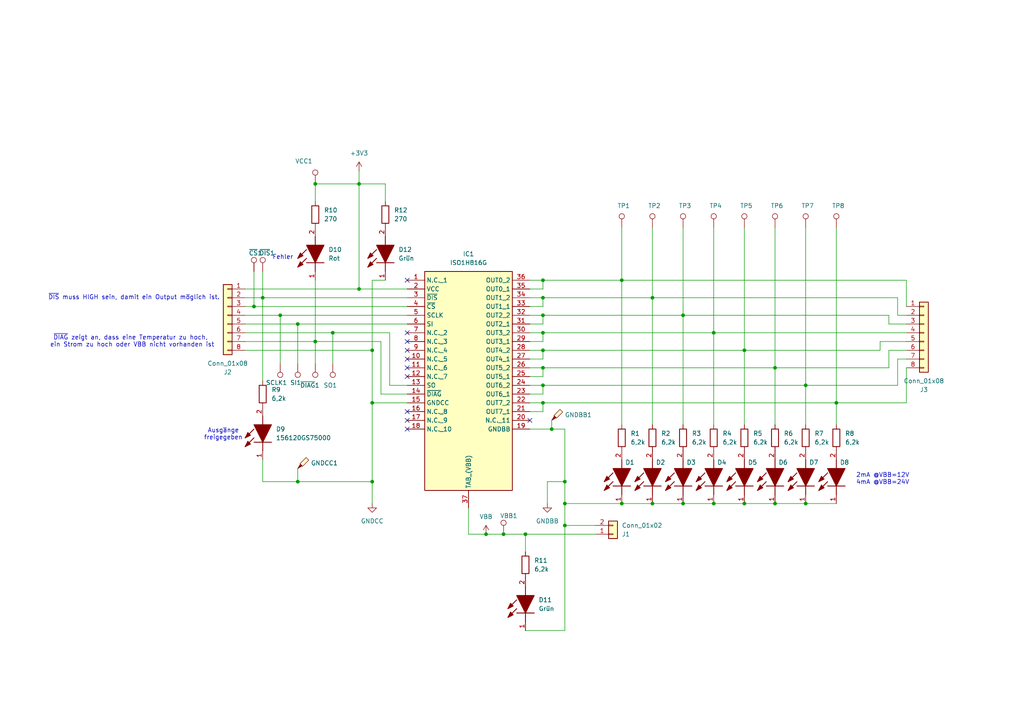
<source format=kicad_sch>
(kicad_sch (version 20231120) (generator "eeschema") (generator_version "8.0")
  (paper "A4")
  (lib_symbols
    (symbol "Connector:TestPoint" (pin_numbers hide) (pin_names (offset 0.762) hide)
      (property "Reference" "TP" (at 0 6.858 0))
      (property "Value" "TestPoint" (at 0 5.08 0))
      (symbol "TestPoint_0_1"
        (circle (center 0 3.302) (radius 0.762))
      )
      (symbol "TestPoint_1_1"
        (pin passive line (at 0 0 90) (length 2.54) (name "1") (number "1"))
      )
    )
    (symbol "Connector:TestPoint_Probe" (pin_numbers hide) (pin_names (offset 0.762) hide)
      (property "Reference" "TP" (at 1.651 5.842 0))
      (property "Value" "TestPoint_Probe" (at 1.651 4.064 0))
      (symbol "TestPoint_Probe_0_1"
        (polyline (pts (xy 1.27 0.762) (xy 0 0) (xy 0.762 1.27) (xy 1.27 0.762)) (fill (type outline)))
        (polyline (pts (xy 1.397 0.635) (xy 0.635 1.397) (xy 2.413 3.175) (xy 3.175 2.413) (xy 1.397 0.635)) (fill (type background)))
      )
      (symbol "TestPoint_Probe_1_1"
        (pin passive line (at 0 0 90) (length 0) (name "1") (number "1"))
      )
    )
    (symbol "Connector_Generic:Conn_01x02" (pin_names (offset 1.016) hide)
      (property "Reference" "J" (at 0 2.54 0))
      (property "Value" "Conn_01x02" (at 0 -5.08 0))
      (symbol "Conn_01x02_1_1"
        (rectangle (start -1.27 -2.413) (end 0 -2.667) (stroke (width 0.1524)))
        (rectangle (start -1.27 0.127) (end 0 -0.127) (stroke (width 0.1524)))
        (rectangle (start -1.27 1.27) (end 1.27 -3.81) (stroke (width 0.254)) (fill (type background)))
        (pin passive line (at -5.08 0 0) (length 3.81) (name "Pin_1") (number "1"))
        (pin passive line (at -5.08 -2.54 0) (length 3.81) (name "Pin_2") (number "2"))
      )
    )
    (symbol "Connector_Generic:Conn_01x08" (pin_names (offset 1.016) hide)
      (property "Reference" "J" (at 0 10.16 0))
      (property "Value" "Conn_01x08" (at 0 -12.7 0))
      (symbol "Conn_01x08_1_1"
        (rectangle (start -1.27 -10.033) (end 0 -10.287) (stroke (width 0.1524)))
        (rectangle (start -1.27 -7.493) (end 0 -7.747) (stroke (width 0.1524)))
        (rectangle (start -1.27 -4.953) (end 0 -5.207) (stroke (width 0.1524)))
        (rectangle (start -1.27 -2.413) (end 0 -2.667) (stroke (width 0.1524)))
        (rectangle (start -1.27 0.127) (end 0 -0.127) (stroke (width 0.1524)))
        (rectangle (start -1.27 2.667) (end 0 2.413) (stroke (width 0.1524)))
        (rectangle (start -1.27 5.207) (end 0 4.953) (stroke (width 0.1524)))
        (rectangle (start -1.27 7.747) (end 0 7.493) (stroke (width 0.1524)))
        (rectangle (start -1.27 8.89) (end 1.27 -11.43) (stroke (width 0.254)) (fill (type background)))
        (pin passive line (at -5.08 7.62 0) (length 3.81) (name "Pin_1") (number "1"))
        (pin passive line (at -5.08 5.08 0) (length 3.81) (name "Pin_2") (number "2"))
        (pin passive line (at -5.08 2.54 0) (length 3.81) (name "Pin_3") (number "3"))
        (pin passive line (at -5.08 0 0) (length 3.81) (name "Pin_4") (number "4"))
        (pin passive line (at -5.08 -2.54 0) (length 3.81) (name "Pin_5") (number "5"))
        (pin passive line (at -5.08 -5.08 0) (length 3.81) (name "Pin_6") (number "6"))
        (pin passive line (at -5.08 -7.62 0) (length 3.81) (name "Pin_7") (number "7"))
        (pin passive line (at -5.08 -10.16 0) (length 3.81) (name "Pin_8") (number "8"))
      )
    )
    (symbol "Device:R" (pin_numbers hide) (pin_names (offset 0))
      (property "Reference" "R" (at 2.032 0 90))
      (property "Value" "R" (at 0 0 90))
      (symbol "R_0_1"
        (rectangle (start -1.016 -2.54) (end 1.016 2.54) (stroke (width 0.254)))
      )
      (symbol "R_1_1"
        (pin passive line (at 0 3.81 270) (length 1.27) (name "~") (number "1"))
        (pin passive line (at 0 -3.81 90) (length 1.27) (name "~") (number "2"))
      )
    )
    (symbol "SamacSys_Parts:156120GS75000" (pin_names hide)
      (property "Reference" "LED" (at 12.7 8.89 0))
      (property "Value" "156120GS75000" (at 12.7 6.35 0))
      (symbol "156120GS75000_1_1"
        (polyline (pts (xy 2.54 0) (xy 5.08 0)) (stroke (width 0.254)))
        (polyline (pts (xy 5.08 2.54) (xy 5.08 -2.54)) (stroke (width 0.254)))
        (polyline (pts (xy 6.35 2.54) (xy 3.81 5.08)) (stroke (width 0.254)))
        (polyline (pts (xy 8.89 2.54) (xy 6.35 5.08)) (stroke (width 0.254)))
        (polyline (pts (xy 10.16 0) (xy 12.7 0)) (stroke (width 0.254)))
        (polyline (pts (xy 5.08 0) (xy 10.16 2.54) (xy 10.16 -2.54) (xy 5.08 0)) (stroke (width 0.254)) (fill (type outline)))
        (polyline (pts (xy 5.334 4.318) (xy 4.572 3.556) (xy 3.81 5.08) (xy 5.334 4.318)) (stroke (width 0.254)) (fill (type outline)))
        (polyline (pts (xy 7.874 4.318) (xy 7.112 3.556) (xy 6.35 5.08) (xy 7.874 4.318)) (stroke (width 0.254)) (fill (type outline)))
        (pin passive line (at 0 0 0) (length 2.54) (name "K") (number "1"))
        (pin passive line (at 15.24 0 180) (length 2.54) (name "A") (number "2"))
      )
    )
    (symbol "SamacSys_Parts:156120RS75000" (pin_names hide)
      (property "Reference" "LED" (at 12.7 8.89 0))
      (property "Value" "156120RS75000" (at 12.7 6.35 0))
      (symbol "156120RS75000_1_1"
        (polyline (pts (xy 2.54 0) (xy 5.08 0)) (stroke (width 0.254)))
        (polyline (pts (xy 5.08 2.54) (xy 5.08 -2.54)) (stroke (width 0.254)))
        (polyline (pts (xy 6.35 2.54) (xy 3.81 5.08)) (stroke (width 0.254)))
        (polyline (pts (xy 8.89 2.54) (xy 6.35 5.08)) (stroke (width 0.254)))
        (polyline (pts (xy 10.16 0) (xy 12.7 0)) (stroke (width 0.254)))
        (polyline (pts (xy 5.08 0) (xy 10.16 2.54) (xy 10.16 -2.54) (xy 5.08 0)) (stroke (width 0.254)) (fill (type outline)))
        (polyline (pts (xy 5.334 4.318) (xy 4.572 3.556) (xy 3.81 5.08) (xy 5.334 4.318)) (stroke (width 0.254)) (fill (type outline)))
        (polyline (pts (xy 7.874 4.318) (xy 7.112 3.556) (xy 6.35 5.08) (xy 7.874 4.318)) (stroke (width 0.254)) (fill (type outline)))
        (pin passive line (at 0 0 0) (length 2.54) (name "K") (number "1"))
        (pin passive line (at 15.24 0 180) (length 2.54) (name "A") (number "2"))
      )
    )
    (symbol "SamacSys_Parts:156120YS75000" (pin_names hide)
      (property "Reference" "LED" (at 12.7 8.89 0))
      (property "Value" "156120YS75000" (at 12.7 6.35 0))
      (symbol "156120YS75000_1_1"
        (polyline (pts (xy 2.54 0) (xy 5.08 0)) (stroke (width 0.254)))
        (polyline (pts (xy 5.08 2.54) (xy 5.08 -2.54)) (stroke (width 0.254)))
        (polyline (pts (xy 6.35 2.54) (xy 3.81 5.08)) (stroke (width 0.254)))
        (polyline (pts (xy 8.89 2.54) (xy 6.35 5.08)) (stroke (width 0.254)))
        (polyline (pts (xy 10.16 0) (xy 12.7 0)) (stroke (width 0.254)))
        (polyline (pts (xy 5.08 0) (xy 10.16 2.54) (xy 10.16 -2.54) (xy 5.08 0)) (stroke (width 0.254)) (fill (type outline)))
        (polyline (pts (xy 5.334 4.318) (xy 4.572 3.556) (xy 3.81 5.08) (xy 5.334 4.318)) (stroke (width 0.254)) (fill (type outline)))
        (polyline (pts (xy 7.874 4.318) (xy 7.112 3.556) (xy 6.35 5.08) (xy 7.874 4.318)) (stroke (width 0.254)) (fill (type outline)))
        (pin passive line (at 0 0 0) (length 2.54) (name "K") (number "1"))
        (pin passive line (at 15.24 0 180) (length 2.54) (name "A") (number "2"))
      )
    )
    (symbol "SamacSys_Parts:ISO1H816G"
      (property "Reference" "IC" (at 31.75 7.62 0))
      (property "Value" "ISO1H816G" (at 31.75 5.08 0))
      (symbol "ISO1H816G_1_1"
        (rectangle (start 5.08 2.54) (end 30.48 -60.96) (stroke (width 0.254)) (fill (type background)))
        (pin passive line (at 0 0 0) (length 5.08) (name "N.C._1") (number "1"))
        (pin passive line (at 0 -22.86 0) (length 5.08) (name "N.C._5") (number "10"))
        (pin passive line (at 0 -25.4 0) (length 5.08) (name "N.C._6") (number "11"))
        (pin passive line (at 0 -27.94 0) (length 5.08) (name "N.C._7") (number "12"))
        (pin passive line (at 0 -30.48 0) (length 5.08) (name "SO") (number "13"))
        (pin passive line (at 0 -33.02 0) (length 5.08) (name "~{DIAG}") (number "14"))
        (pin passive line (at 0 -35.56 0) (length 5.08) (name "GNDCC") (number "15"))
        (pin passive line (at 0 -38.1 0) (length 5.08) (name "N.C._8") (number "16"))
        (pin passive line (at 0 -40.64 0) (length 5.08) (name "N.C._9") (number "17"))
        (pin passive line (at 0 -43.18 0) (length 5.08) (name "N.C._10") (number "18"))
        (pin passive line (at 35.56 -43.18 180) (length 5.08) (name "GNDBB") (number "19"))
        (pin passive line (at 0 -2.54 0) (length 5.08) (name "VCC") (number "2"))
        (pin passive line (at 35.56 -40.64 180) (length 5.08) (name "N.C._11") (number "20"))
        (pin passive line (at 35.56 -38.1 180) (length 5.08) (name "OUT7_1") (number "21"))
        (pin passive line (at 35.56 -35.56 180) (length 5.08) (name "OUT7_2") (number "22"))
        (pin passive line (at 35.56 -33.02 180) (length 5.08) (name "OUT6_1") (number "23"))
        (pin passive line (at 35.56 -30.48 180) (length 5.08) (name "OUT6_2") (number "24"))
        (pin passive line (at 35.56 -27.94 180) (length 5.08) (name "OUT5_1") (number "25"))
        (pin passive line (at 35.56 -25.4 180) (length 5.08) (name "OUT5_2") (number "26"))
        (pin passive line (at 35.56 -22.86 180) (length 5.08) (name "OUT4_1") (number "27"))
        (pin passive line (at 35.56 -20.32 180) (length 5.08) (name "OUT4_2") (number "28"))
        (pin passive line (at 35.56 -17.78 180) (length 5.08) (name "OUT3_1") (number "29"))
        (pin passive line (at 0 -5.08 0) (length 5.08) (name "~{DIS}") (number "3"))
        (pin passive line (at 35.56 -15.24 180) (length 5.08) (name "OUT3_2") (number "30"))
        (pin passive line (at 35.56 -12.7 180) (length 5.08) (name "OUT2_1") (number "31"))
        (pin passive line (at 35.56 -10.16 180) (length 5.08) (name "OUT2_2") (number "32"))
        (pin passive line (at 35.56 -7.62 180) (length 5.08) (name "OUT1_1") (number "33"))
        (pin passive line (at 35.56 -5.08 180) (length 5.08) (name "OUT1_2") (number "34"))
        (pin passive line (at 35.56 -2.54 180) (length 5.08) (name "OUT0_1") (number "35"))
        (pin passive line (at 35.56 0 180) (length 5.08) (name "OUT0_2") (number "36"))
        (pin passive line (at 17.78 -66.04 90) (length 5.08) (name "TAB_(VBB)") (number "37"))
        (pin passive line (at 0 -7.62 0) (length 5.08) (name "~{CS}") (number "4"))
        (pin passive line (at 0 -10.16 0) (length 5.08) (name "SCLK") (number "5"))
        (pin passive line (at 0 -12.7 0) (length 5.08) (name "SI") (number "6"))
        (pin passive line (at 0 -15.24 0) (length 5.08) (name "N.C._2") (number "7"))
        (pin passive line (at 0 -17.78 0) (length 5.08) (name "N.C._3") (number "8"))
        (pin passive line (at 0 -20.32 0) (length 5.08) (name "N.C._4") (number "9"))
      )
    )
    (symbol "power:+3V3" (power) (pin_numbers hide) (pin_names (offset 0) hide)
      (property "Value" "+3V3" (at 0 3.556 0))
      (symbol "+3V3_0_1"
        (polyline (pts (xy -0.762 1.27) (xy 0 2.54)))
        (polyline (pts (xy 0 0) (xy 0 2.54)))
        (polyline (pts (xy 0 2.54) (xy 0.762 1.27)))
      )
      (symbol "+3V3_1_1"
        (pin power_in line (at 0 0 90) (length 0) (name "~") (number "1"))
      )
    )
    (symbol "power:GND" (power) (pin_numbers hide) (pin_names (offset 0) hide)
      (property "Value" "GND" (at 0 -3.81 0))
      (symbol "GND_0_1"
        (polyline (pts (xy 0 0) (xy 0 -1.27) (xy 1.27 -1.27) (xy 0 -2.54) (xy -1.27 -1.27) (xy 0 -1.27)))
      )
      (symbol "GND_1_1"
        (pin power_in line (at 0 0 270) (length 0) (name "~") (number "1"))
      )
    )
  )
  (junction (at 189.23 86.36))
  (junction (at 157.48 96.52))
  (junction (at 160.02 124.46))
  (junction (at 86.36 93.98))
  (junction (at 107.95 139.7))
  (junction (at 157.48 106.68))
  (junction (at 107.95 101.6))
  (junction (at 157.48 81.28))
  (junction (at 189.23 146.05))
  (junction (at 242.57 116.84))
  (junction (at 233.68 111.76))
  (junction (at 180.34 81.28))
  (junction (at 207.01 146.05))
  (junction (at 152.4 154.94))
  (junction (at 198.12 91.44))
  (junction (at 163.83 152.4))
  (junction (at 157.48 116.84))
  (junction (at 215.9 146.05))
  (junction (at 207.01 96.52))
  (junction (at 215.9 101.6))
  (junction (at 81.28 91.44))
  (junction (at 91.44 99.06))
  (junction (at 180.34 146.05))
  (junction (at 224.79 106.68))
  (junction (at 107.95 116.84))
  (junction (at 198.12 146.05))
  (junction (at 104.14 53.34))
  (junction (at 157.48 86.36))
  (junction (at 224.79 146.05))
  (junction (at 157.48 101.6))
  (junction (at 146.05 154.94))
  (junction (at 73.66 88.9))
  (junction (at 233.68 146.05))
  (junction (at 140.97 154.94))
  (junction (at 104.14 83.82))
  (junction (at 157.48 111.76))
  (junction (at 163.83 146.05))
  (junction (at 76.2 86.36))
  (junction (at 91.44 53.34))
  (junction (at 86.36 139.7))
  (junction (at 96.52 96.52))
  (junction (at 163.83 139.7))
  (junction (at 157.48 91.44))
  (no_connect (at 118.11 96.52))
  (no_connect (at 118.11 81.28))
  (no_connect (at 118.11 106.68))
  (no_connect (at 153.67 121.92))
  (no_connect (at 118.11 124.46))
  (no_connect (at 118.11 119.38))
  (no_connect (at 118.11 99.06))
  (no_connect (at 118.11 101.6))
  (no_connect (at 118.11 121.92))
  (no_connect (at 118.11 104.14))
  (no_connect (at 118.11 109.22))
  (wire (pts (xy 255.27 101.6) (xy 255.27 99.06)))
  (wire (pts (xy 207.01 66.04) (xy 207.01 96.52)))
  (wire (pts (xy 260.35 104.14) (xy 262.89 104.14)))
  (wire (pts (xy 207.01 96.52) (xy 207.01 123.19)))
  (wire (pts (xy 157.48 116.84) (xy 242.57 116.84)))
  (wire (pts (xy 153.67 91.44) (xy 157.48 91.44)))
  (wire (pts (xy 153.67 81.28) (xy 157.48 81.28)))
  (wire (pts (xy 157.48 88.9) (xy 157.48 86.36)))
  (wire (pts (xy 260.35 86.36) (xy 260.35 91.44)))
  (wire (pts (xy 152.4 182.88) (xy 163.83 182.88)))
  (wire (pts (xy 71.12 86.36) (xy 76.2 86.36)))
  (wire (pts (xy 180.34 81.28) (xy 180.34 123.19)))
  (wire (pts (xy 113.03 96.52) (xy 113.03 111.76)))
  (wire (pts (xy 71.12 83.82) (xy 104.14 83.82)))
  (wire (pts (xy 233.68 111.76) (xy 233.68 123.19)))
  (wire (pts (xy 110.49 99.06) (xy 110.49 114.3)))
  (wire (pts (xy 157.48 109.22) (xy 157.48 106.68)))
  (wire (pts (xy 153.67 124.46) (xy 160.02 124.46)))
  (wire (pts (xy 76.2 133.35) (xy 76.2 139.7)))
  (wire (pts (xy 242.57 116.84) (xy 242.57 123.19)))
  (wire (pts (xy 76.2 86.36) (xy 118.11 86.36)))
  (wire (pts (xy 157.48 104.14) (xy 157.48 101.6)))
  (wire (pts (xy 153.67 109.22) (xy 157.48 109.22)))
  (wire (pts (xy 157.48 119.38) (xy 157.48 116.84)))
  (wire (pts (xy 71.12 93.98) (xy 86.36 93.98)))
  (wire (pts (xy 153.67 119.38) (xy 157.48 119.38)))
  (wire (pts (xy 163.83 146.05) (xy 180.34 146.05)))
  (wire (pts (xy 71.12 101.6) (xy 107.95 101.6)))
  (wire (pts (xy 157.48 91.44) (xy 198.12 91.44)))
  (wire (pts (xy 215.9 66.04) (xy 215.9 101.6)))
  (wire (pts (xy 73.66 78.74) (xy 73.66 88.9)))
  (wire (pts (xy 242.57 116.84) (xy 262.89 116.84)))
  (wire (pts (xy 104.14 83.82) (xy 104.14 53.34)))
  (wire (pts (xy 257.81 93.98) (xy 262.89 93.98)))
  (wire (pts (xy 81.28 91.44) (xy 81.28 105.41)))
  (wire (pts (xy 189.23 66.04) (xy 189.23 86.36)))
  (wire (pts (xy 153.67 96.52) (xy 157.48 96.52)))
  (wire (pts (xy 260.35 111.76) (xy 260.35 104.14)))
  (wire (pts (xy 153.67 116.84) (xy 157.48 116.84)))
  (wire (pts (xy 215.9 146.05) (xy 224.79 146.05)))
  (wire (pts (xy 157.48 111.76) (xy 233.68 111.76)))
  (wire (pts (xy 158.75 139.7) (xy 163.83 139.7)))
  (wire (pts (xy 224.79 106.68) (xy 224.79 123.19)))
  (wire (pts (xy 153.67 111.76) (xy 157.48 111.76)))
  (wire (pts (xy 146.05 154.94) (xy 140.97 154.94)))
  (wire (pts (xy 163.83 146.05) (xy 163.83 152.4)))
  (wire (pts (xy 260.35 91.44) (xy 262.89 91.44)))
  (wire (pts (xy 113.03 111.76) (xy 118.11 111.76)))
  (wire (pts (xy 107.95 116.84) (xy 118.11 116.84)))
  (wire (pts (xy 91.44 53.34) (xy 104.14 53.34)))
  (wire (pts (xy 153.67 99.06) (xy 157.48 99.06)))
  (wire (pts (xy 198.12 146.05) (xy 207.01 146.05)))
  (wire (pts (xy 257.81 91.44) (xy 257.81 93.98)))
  (wire (pts (xy 76.2 78.74) (xy 76.2 86.36)))
  (wire (pts (xy 157.48 99.06) (xy 157.48 96.52)))
  (wire (pts (xy 189.23 146.05) (xy 198.12 146.05)))
  (wire (pts (xy 257.81 101.6) (xy 262.89 101.6)))
  (wire (pts (xy 257.81 106.68) (xy 257.81 101.6)))
  (wire (pts (xy 233.68 111.76) (xy 260.35 111.76)))
  (wire (pts (xy 86.36 135.89) (xy 86.36 139.7)))
  (wire (pts (xy 160.02 121.92) (xy 160.02 124.46)))
  (wire (pts (xy 198.12 91.44) (xy 257.81 91.44)))
  (wire (pts (xy 198.12 91.44) (xy 198.12 123.19)))
  (wire (pts (xy 153.67 83.82) (xy 157.48 83.82)))
  (wire (pts (xy 224.79 146.05) (xy 233.68 146.05)))
  (wire (pts (xy 157.48 93.98) (xy 157.48 91.44)))
  (wire (pts (xy 262.89 81.28) (xy 262.89 88.9)))
  (wire (pts (xy 189.23 86.36) (xy 260.35 86.36)))
  (wire (pts (xy 135.89 154.94) (xy 135.89 147.32)))
  (wire (pts (xy 71.12 88.9) (xy 73.66 88.9)))
  (wire (pts (xy 158.75 146.05) (xy 158.75 139.7)))
  (wire (pts (xy 76.2 139.7) (xy 86.36 139.7)))
  (wire (pts (xy 180.34 146.05) (xy 189.23 146.05)))
  (wire (pts (xy 153.67 101.6) (xy 157.48 101.6)))
  (wire (pts (xy 215.9 101.6) (xy 215.9 123.19)))
  (wire (pts (xy 157.48 83.82) (xy 157.48 81.28)))
  (wire (pts (xy 153.67 88.9) (xy 157.48 88.9)))
  (wire (pts (xy 157.48 81.28) (xy 180.34 81.28)))
  (wire (pts (xy 224.79 106.68) (xy 257.81 106.68)))
  (wire (pts (xy 157.48 86.36) (xy 189.23 86.36)))
  (wire (pts (xy 107.95 101.6) (xy 107.95 116.84)))
  (wire (pts (xy 242.57 66.04) (xy 242.57 116.84)))
  (wire (pts (xy 207.01 146.05) (xy 215.9 146.05)))
  (wire (pts (xy 215.9 101.6) (xy 255.27 101.6)))
  (wire (pts (xy 91.44 99.06) (xy 110.49 99.06)))
  (wire (pts (xy 224.79 66.04) (xy 224.79 106.68)))
  (wire (pts (xy 163.83 182.88) (xy 163.83 152.4)))
  (wire (pts (xy 76.2 86.36) (xy 76.2 110.49)))
  (wire (pts (xy 71.12 96.52) (xy 96.52 96.52)))
  (wire (pts (xy 152.4 154.94) (xy 146.05 154.94)))
  (wire (pts (xy 157.48 96.52) (xy 207.01 96.52)))
  (wire (pts (xy 153.67 106.68) (xy 157.48 106.68)))
  (wire (pts (xy 157.48 114.3) (xy 157.48 111.76)))
  (wire (pts (xy 207.01 96.52) (xy 262.89 96.52)))
  (wire (pts (xy 163.83 124.46) (xy 163.83 139.7)))
  (wire (pts (xy 189.23 86.36) (xy 189.23 123.19)))
  (wire (pts (xy 180.34 66.04) (xy 180.34 81.28)))
  (wire (pts (xy 153.67 114.3) (xy 157.48 114.3)))
  (wire (pts (xy 71.12 99.06) (xy 91.44 99.06)))
  (wire (pts (xy 86.36 139.7) (xy 107.95 139.7)))
  (wire (pts (xy 262.89 116.84) (xy 262.89 106.68)))
  (wire (pts (xy 86.36 93.98) (xy 118.11 93.98)))
  (wire (pts (xy 157.48 106.68) (xy 224.79 106.68)))
  (wire (pts (xy 71.12 91.44) (xy 81.28 91.44)))
  (wire (pts (xy 110.49 114.3) (xy 118.11 114.3)))
  (wire (pts (xy 91.44 58.42) (xy 91.44 53.34)))
  (wire (pts (xy 107.95 139.7) (xy 107.95 116.84)))
  (wire (pts (xy 153.67 93.98) (xy 157.48 93.98)))
  (wire (pts (xy 91.44 105.41) (xy 91.44 99.06)))
  (wire (pts (xy 91.44 81.28) (xy 91.44 99.06)))
  (wire (pts (xy 172.72 154.94) (xy 152.4 154.94)))
  (wire (pts (xy 163.83 152.4) (xy 172.72 152.4)))
  (wire (pts (xy 153.67 86.36) (xy 157.48 86.36)))
  (wire (pts (xy 163.83 139.7) (xy 163.83 146.05)))
  (wire (pts (xy 160.02 124.46) (xy 163.83 124.46)))
  (wire (pts (xy 153.67 104.14) (xy 157.48 104.14)))
  (wire (pts (xy 198.12 66.04) (xy 198.12 91.44)))
  (wire (pts (xy 111.76 58.42) (xy 111.76 53.34)))
  (wire (pts (xy 152.4 154.94) (xy 152.4 160.02)))
  (wire (pts (xy 233.68 146.05) (xy 242.57 146.05)))
  (wire (pts (xy 233.68 66.04) (xy 233.68 111.76)))
  (wire (pts (xy 104.14 53.34) (xy 104.14 49.53)))
  (wire (pts (xy 180.34 81.28) (xy 262.89 81.28)))
  (wire (pts (xy 118.11 83.82) (xy 104.14 83.82)))
  (wire (pts (xy 111.76 81.28) (xy 107.95 81.28)))
  (wire (pts (xy 111.76 53.34) (xy 104.14 53.34)))
  (wire (pts (xy 86.36 93.98) (xy 86.36 105.41)))
  (wire (pts (xy 140.97 154.94) (xy 135.89 154.94)))
  (wire (pts (xy 73.66 88.9) (xy 118.11 88.9)))
  (wire (pts (xy 107.95 146.05) (xy 107.95 139.7)))
  (wire (pts (xy 157.48 101.6) (xy 215.9 101.6)))
  (wire (pts (xy 255.27 99.06) (xy 262.89 99.06)))
  (wire (pts (xy 96.52 96.52) (xy 96.52 105.41)))
  (wire (pts (xy 81.28 91.44) (xy 118.11 91.44)))
  (wire (pts (xy 96.52 96.52) (xy 113.03 96.52)))
  (wire (pts (xy 107.95 81.28) (xy 107.95 101.6)))
  (text "Fehler" (at 82.042 74.676 0) (effects (font (size 1.27 1.27))))
  (text "~{DIAG} zeigt an, dass eine Temperatur zu hoch, \nein Strom zu hoch oder VBB nicht vorhanden ist" (at 38.354 99.06 0) (effects (font (size 1.27 1.27))))
  (text "~{DIS} muss HIGH sein, damit ein Output möglich ist." (at 38.862 86.36 0) (effects (font (size 1.27 1.27))))
  (text "2mA @VBB=12V\n4mA @VBB=24V" (at 256.032 138.938 0) (effects (font (size 1.27 1.27))))
  (text "Ausgänge\nfreigegeben" (at 64.77 125.984 0) (effects (font (size 1.27 1.27))))
  (symbol (lib_id "Connector:TestPoint") (at 215.9 66.04 0) (unit 1)
    (property "Reference" "TP5" (at 214.63 59.69 0) (effects (justify left)))
    (property "Value" "TestPoint" (effects (hide yes)))
    (property "Footprint" "TestPoint:TestPoint_Pad_D2.0mm" (effects (hide yes)))
    (property "Description" "test point" (effects (hide yes)))
  )
  (symbol (lib_id "Connector:TestPoint") (at 86.36 105.41 180) (unit 1)
    (property "Reference" "SI1" (at 87.376 110.998 0) (effects (justify left)))
    (property "Value" "TestPoint" (effects (hide yes)))
    (property "Footprint" "TestPoint:TestPoint_Pad_D2.0mm" (effects (hide yes)))
    (property "Description" "test point" (effects (hide yes)))
  )
  (symbol (lib_id "power:+3V3") (at 140.97 154.94 0) (unit 1)
    (property "Reference" "#PWR04" (effects (hide yes)))
    (property "Value" "VBB" (at 140.97 149.86 0))
    (property "Description" "Power symbol creates a global label with name \"+3V3\"" (effects (hide yes)))
  )
  (symbol (lib_id "SamacSys_Parts:156120YS75000") (at 224.79 146.05 90) (unit 1)
    (property "Reference" "D6" (at 225.806 134.112 90) (effects (justify right)))
    (property "Value" "156120YS75000" (effects (hide yes)))
    (property "Footprint" "SamacSys_Parts:LEDC5017X140N" (effects (hide yes)))
    (property "Datasheet" "https://componentsearchengine.com/Datasheets/2/156120YS75000.pdf" (effects (hide yes)))
    (property "Description" "Wurth Elektronik 156120YS75000, WL-SMRW Series Yellow LED, 589 nm, 3216 (1206) Clear, Rectangle Lens SMD Package" (effects (hide yes)))
    (property "Height" "1.4" (effects (hide yes)))
    (property "Mouser Part Number" "710-156120YS75000" (effects (hide yes)))
    (property "Mouser Price/Stock" "https://www.mouser.co.uk/ProductDetail/Wurth-Elektronik/156120YS75000?qs=2kOmHSv6VfS%252BWNNIEUg%252B6Q%3D%3D" (effects (hide yes)))
    (property "Manufacturer_Name" "Wurth Elektronik" (effects (hide yes)))
    (property "Manufacturer_Part_Number" "156120YS75000" (effects (hide yes)))
  )
  (symbol (lib_id "SamacSys_Parts:156120YS75000") (at 198.12 146.05 90) (unit 1)
    (property "Reference" "D3" (at 199.136 134.112 90) (effects (justify right)))
    (property "Value" "156120YS75000" (effects (hide yes)))
    (property "Footprint" "SamacSys_Parts:LEDC5017X140N" (effects (hide yes)))
    (property "Datasheet" "https://componentsearchengine.com/Datasheets/2/156120YS75000.pdf" (effects (hide yes)))
    (property "Description" "Wurth Elektronik 156120YS75000, WL-SMRW Series Yellow LED, 589 nm, 3216 (1206) Clear, Rectangle Lens SMD Package" (effects (hide yes)))
    (property "Height" "1.4" (effects (hide yes)))
    (property "Mouser Part Number" "710-156120YS75000" (effects (hide yes)))
    (property "Mouser Price/Stock" "https://www.mouser.co.uk/ProductDetail/Wurth-Elektronik/156120YS75000?qs=2kOmHSv6VfS%252BWNNIEUg%252B6Q%3D%3D" (effects (hide yes)))
    (property "Manufacturer_Name" "Wurth Elektronik" (effects (hide yes)))
    (property "Manufacturer_Part_Number" "156120YS75000" (effects (hide yes)))
  )
  (symbol (lib_id "Connector:TestPoint") (at 81.28 105.41 180) (unit 1)
    (property "Reference" "SCLK1" (at 83.312 110.998 0) (effects (justify left)))
    (property "Value" "TestPoint" (effects (hide yes)))
    (property "Footprint" "TestPoint:TestPoint_Pad_D2.0mm" (effects (hide yes)))
    (property "Description" "test point" (effects (hide yes)))
  )
  (symbol (lib_id "Connector:TestPoint") (at 224.79 66.04 0) (unit 1)
    (property "Reference" "TP6" (at 223.52 59.69 0) (effects (justify left)))
    (property "Value" "TestPoint" (effects (hide yes)))
    (property "Footprint" "TestPoint:TestPoint_Pad_D2.0mm" (effects (hide yes)))
    (property "Description" "test point" (effects (hide yes)))
  )
  (symbol (lib_id "SamacSys_Parts:156120YS75000") (at 215.9 146.05 90) (unit 1)
    (property "Reference" "D5" (at 216.916 134.112 90) (effects (justify right)))
    (property "Value" "156120YS75000" (effects (hide yes)))
    (property "Footprint" "SamacSys_Parts:LEDC5017X140N" (effects (hide yes)))
    (property "Datasheet" "https://componentsearchengine.com/Datasheets/2/156120YS75000.pdf" (effects (hide yes)))
    (property "Description" "Wurth Elektronik 156120YS75000, WL-SMRW Series Yellow LED, 589 nm, 3216 (1206) Clear, Rectangle Lens SMD Package" (effects (hide yes)))
    (property "Height" "1.4" (effects (hide yes)))
    (property "Mouser Part Number" "710-156120YS75000" (effects (hide yes)))
    (property "Mouser Price/Stock" "https://www.mouser.co.uk/ProductDetail/Wurth-Elektronik/156120YS75000?qs=2kOmHSv6VfS%252BWNNIEUg%252B6Q%3D%3D" (effects (hide yes)))
    (property "Manufacturer_Name" "Wurth Elektronik" (effects (hide yes)))
    (property "Manufacturer_Part_Number" "156120YS75000" (effects (hide yes)))
  )
  (symbol (lib_id "SamacSys_Parts:156120GS75000") (at 152.4 182.88 90) (unit 1)
    (property "Reference" "D11" (at 156.21 173.9899 90) (effects (justify right)))
    (property "Value" "Grün" (at 156.21 176.5299 90) (effects (justify right)))
    (property "Footprint" "SamacSys_Parts:LEDC5017X140N" (effects (hide yes)))
    (property "Datasheet" "https://www.we-online.com/katalog/datasheet/156120GS75000.pdf" (effects (hide yes)))
    (property "Description" "WURTH ELEKTRONIK - 156120GS75000 - LED, Reverse Mount, Rectangular, Green, SMD, 25 mA, 3.3 V, 525 nm" (effects (hide yes)))
    (property "Height" "1.3" (effects (hide yes)))
    (property "Mouser Part Number" "710-156120GS75000" (effects (hide yes)))
    (property "Mouser Price/Stock" "https://www.mouser.co.uk/ProductDetail/Wurth-Elektronik/156120GS75000?qs=LlUlMxKIyB2C7it69rl%252BWQ%3D%3D" (effects (hide yes)))
    (property "Manufacturer_Name" "Wurth Elektronik" (effects (hide yes)))
    (property "Manufacturer_Part_Number" "156120GS75000" (effects (hide yes)))
  )
  (symbol (lib_id "SamacSys_Parts:156120YS75000") (at 233.68 146.05 90) (unit 1)
    (property "Reference" "D7" (at 234.696 134.112 90) (effects (justify right)))
    (property "Value" "156120YS75000" (effects (hide yes)))
    (property "Footprint" "SamacSys_Parts:LEDC5017X140N" (effects (hide yes)))
    (property "Datasheet" "https://componentsearchengine.com/Datasheets/2/156120YS75000.pdf" (effects (hide yes)))
    (property "Description" "Wurth Elektronik 156120YS75000, WL-SMRW Series Yellow LED, 589 nm, 3216 (1206) Clear, Rectangle Lens SMD Package" (effects (hide yes)))
    (property "Height" "1.4" (effects (hide yes)))
    (property "Mouser Part Number" "710-156120YS75000" (effects (hide yes)))
    (property "Mouser Price/Stock" "https://www.mouser.co.uk/ProductDetail/Wurth-Elektronik/156120YS75000?qs=2kOmHSv6VfS%252BWNNIEUg%252B6Q%3D%3D" (effects (hide yes)))
    (property "Manufacturer_Name" "Wurth Elektronik" (effects (hide yes)))
    (property "Manufacturer_Part_Number" "156120YS75000" (effects (hide yes)))
  )
  (symbol (lib_id "Connector:TestPoint") (at 91.44 105.41 180) (unit 1)
    (property "Reference" "~{DIAG}1" (at 92.71 111.76 0) (effects (justify left)))
    (property "Value" "TestPoint" (effects (hide yes)))
    (property "Footprint" "TestPoint:TestPoint_Pad_D2.0mm" (effects (hide yes)))
    (property "Description" "test point" (effects (hide yes)))
  )
  (symbol (lib_id "Connector:TestPoint") (at 233.68 66.04 0) (unit 1)
    (property "Reference" "TP7" (at 232.41 59.69 0) (effects (justify left)))
    (property "Value" "TestPoint" (effects (hide yes)))
    (property "Footprint" "TestPoint:TestPoint_Pad_D2.0mm" (effects (hide yes)))
    (property "Description" "test point" (effects (hide yes)))
  )
  (symbol (lib_id "Device:R") (at 224.79 127 0) (unit 1)
    (property "Reference" "R6" (at 227.33 125.7299 0) (effects (justify left)))
    (property "Value" "6,2k" (at 227.33 128.2699 0) (effects (justify left)))
    (property "Footprint" "Resistor_SMD:R_1206_3216Metric" (effects (hide yes)))
    (property "Description" "Resistor" (effects (hide yes)))
    (property "Manufacturer_Name" "YAGEO " (effects (hide yes)))
    (property "Manufacturer_Part_Number" "AC1206FR-076K2L " (effects (hide yes)))
    (property "Mouser Part Number" "603-AC1206FR-076K2L " (effects (hide yes)))
  )
  (symbol (lib_id "Connector:TestPoint") (at 180.34 66.04 0) (unit 1)
    (property "Reference" "TP1" (at 179.07 59.69 0) (effects (justify left)))
    (property "Value" "TestPoint" (effects (hide yes)))
    (property "Footprint" "TestPoint:TestPoint_Pad_D2.0mm" (effects (hide yes)))
    (property "Description" "test point" (effects (hide yes)))
  )
  (symbol (lib_id "SamacSys_Parts:156120YS75000") (at 242.57 146.05 90) (unit 1)
    (property "Reference" "D8" (at 243.586 134.112 90) (effects (justify right)))
    (property "Value" "156120YS75000" (effects (hide yes)))
    (property "Footprint" "SamacSys_Parts:LEDC5017X140N" (effects (hide yes)))
    (property "Datasheet" "https://componentsearchengine.com/Datasheets/2/156120YS75000.pdf" (effects (hide yes)))
    (property "Description" "Wurth Elektronik 156120YS75000, WL-SMRW Series Yellow LED, 589 nm, 3216 (1206) Clear, Rectangle Lens SMD Package" (effects (hide yes)))
    (property "Height" "1.4" (effects (hide yes)))
    (property "Mouser Part Number" "710-156120YS75000" (effects (hide yes)))
    (property "Mouser Price/Stock" "https://www.mouser.co.uk/ProductDetail/Wurth-Elektronik/156120YS75000?qs=2kOmHSv6VfS%252BWNNIEUg%252B6Q%3D%3D" (effects (hide yes)))
    (property "Manufacturer_Name" "Wurth Elektronik" (effects (hide yes)))
    (property "Manufacturer_Part_Number" "156120YS75000" (effects (hide yes)))
  )
  (symbol (lib_id "SamacSys_Parts:156120YS75000") (at 180.34 146.05 90) (unit 1)
    (property "Reference" "D1" (at 181.356 134.112 90) (effects (justify right)))
    (property "Value" "156120YS75000" (effects (hide yes)))
    (property "Footprint" "SamacSys_Parts:LEDC5017X140N" (effects (hide yes)))
    (property "Datasheet" "https://componentsearchengine.com/Datasheets/2/156120YS75000.pdf" (effects (hide yes)))
    (property "Description" "Wurth Elektronik 156120YS75000, WL-SMRW Series Yellow LED, 589 nm, 3216 (1206) Clear, Rectangle Lens SMD Package" (effects (hide yes)))
    (property "Height" "1.4" (effects (hide yes)))
    (property "Mouser Part Number" "710-156120YS75000" (effects (hide yes)))
    (property "Mouser Price/Stock" "https://www.mouser.co.uk/ProductDetail/Wurth-Elektronik/156120YS75000?qs=2kOmHSv6VfS%252BWNNIEUg%252B6Q%3D%3D" (effects (hide yes)))
    (property "Manufacturer_Name" "Wurth Elektronik" (effects (hide yes)))
    (property "Manufacturer_Part_Number" "156120YS75000" (effects (hide yes)))
  )
  (symbol (lib_id "Device:R") (at 76.2 114.3 0) (unit 1)
    (property "Reference" "R9" (at 78.74 113.0299 0) (effects (justify left)))
    (property "Value" "6,2k" (at 78.74 115.5699 0) (effects (justify left)))
    (property "Footprint" "Resistor_SMD:R_1206_3216Metric" (effects (hide yes)))
    (property "Description" "Resistor" (effects (hide yes)))
    (property "Manufacturer_Name" "YAGEO " (effects (hide yes)))
    (property "Manufacturer_Part_Number" "AC1206FR-076K2L " (effects (hide yes)))
    (property "Mouser Part Number" "603-AC1206FR-076K2L " (effects (hide yes)))
  )
  (symbol (lib_id "Device:R") (at 91.44 62.23 0) (unit 1)
    (property "Reference" "R10" (at 93.98 60.9599 0) (effects (justify left)))
    (property "Value" "270" (at 93.98 63.4999 0) (effects (justify left)))
    (property "Footprint" "Resistor_SMD:R_1206_3216Metric" (effects (hide yes)))
    (property "Description" "Resistor" (effects (hide yes)))
    (property "Mouser Part Number" "603-RT1206FRE07270RL " (effects (hide yes)))
  )
  (symbol (lib_id "Device:R") (at 215.9 127 0) (unit 1)
    (property "Reference" "R5" (at 218.44 125.7299 0) (effects (justify left)))
    (property "Value" "6,2k" (at 218.44 128.2699 0) (effects (justify left)))
    (property "Footprint" "Resistor_SMD:R_1206_3216Metric" (effects (hide yes)))
    (property "Description" "Resistor" (effects (hide yes)))
    (property "Manufacturer_Name" "YAGEO " (effects (hide yes)))
    (property "Manufacturer_Part_Number" "AC1206FR-076K2L " (effects (hide yes)))
    (property "Mouser Part Number" "603-AC1206FR-076K2L " (effects (hide yes)))
  )
  (symbol (lib_id "Connector_Generic:Conn_01x02") (at 177.8 154.94 0) (mirror x) (unit 1)
    (property "Reference" "J1" (at 180.34 154.9401 0) (effects (justify left)))
    (property "Value" "Conn_01x02" (at 180.34 152.4001 0) (effects (justify left)))
    (property "Footprint" "Connector_PinSocket_2.54mm:PinSocket_1x02_P2.54mm_Vertical" (effects (hide yes)))
    (property "Description" "Generic connector, single row, 01x02, script generated (kicad-library-utils/schlib/autogen/connector/)" (effects (hide yes)))
  )
  (symbol (lib_id "Connector:TestPoint") (at 76.2 78.74 0) (unit 1)
    (property "Reference" "~{DIS}1" (at 75.184 73.406 0) (effects (justify left)))
    (property "Value" "TestPoint" (effects (hide yes)))
    (property "Footprint" "TestPoint:TestPoint_Pad_D2.0mm" (effects (hide yes)))
    (property "Description" "test point" (effects (hide yes)))
  )
  (symbol (lib_id "Connector:TestPoint") (at 96.52 105.41 180) (unit 1)
    (property "Reference" "SO1" (at 97.79 111.76 0) (effects (justify left)))
    (property "Value" "TestPoint" (effects (hide yes)))
    (property "Footprint" "TestPoint:TestPoint_Pad_D2.0mm" (effects (hide yes)))
    (property "Description" "test point" (effects (hide yes)))
  )
  (symbol (lib_id "SamacSys_Parts:156120GS75000") (at 111.76 81.28 90) (unit 1)
    (property "Reference" "D12" (at 115.57 72.3899 90) (effects (justify right)))
    (property "Value" "Grün" (at 115.57 74.9299 90) (effects (justify right)))
    (property "Footprint" "SamacSys_Parts:LEDC5017X140N" (effects (hide yes)))
    (property "Datasheet" "https://www.we-online.com/katalog/datasheet/156120GS75000.pdf" (effects (hide yes)))
    (property "Description" "WURTH ELEKTRONIK - 156120GS75000 - LED, Reverse Mount, Rectangular, Green, SMD, 25 mA, 3.3 V, 525 nm" (effects (hide yes)))
    (property "Height" "1.3" (effects (hide yes)))
    (property "Mouser Part Number" "710-156120GS75000" (effects (hide yes)))
    (property "Mouser Price/Stock" "https://www.mouser.co.uk/ProductDetail/Wurth-Elektronik/156120GS75000?qs=LlUlMxKIyB2C7it69rl%252BWQ%3D%3D" (effects (hide yes)))
    (property "Manufacturer_Name" "Wurth Elektronik" (effects (hide yes)))
    (property "Manufacturer_Part_Number" "156120GS75000" (effects (hide yes)))
  )
  (symbol (lib_id "Connector:TestPoint") (at 242.57 66.04 0) (unit 1)
    (property "Reference" "TP8" (at 241.3 59.69 0) (effects (justify left)))
    (property "Value" "TestPoint" (effects (hide yes)))
    (property "Footprint" "TestPoint:TestPoint_Pad_D2.0mm" (effects (hide yes)))
    (property "Description" "test point" (effects (hide yes)))
  )
  (symbol (lib_id "Connector:TestPoint_Probe") (at 160.02 121.92 0) (unit 1)
    (property "Reference" "GNDBB1" (at 163.83 120.3324 0) (effects (justify left)))
    (property "Value" "TestPoint_Probe" (effects (hide yes)))
    (property "Footprint" "TestPoint:TestPoint_Keystone_5000-5004_Miniature" (effects (hide yes)))
    (property "Description" "test point (alternative probe-style design)" (effects (hide yes)))
    (property "Manufacturer_Name" "Keystone Electronics " (effects (hide yes)))
    (property "Manufacturer_Part_Number" "5001 " (effects (hide yes)))
    (property "Mouser Part Number" "534-5001 " (effects (hide yes)))
  )
  (symbol (lib_id "Device:R") (at 180.34 127 0) (unit 1)
    (property "Reference" "R1" (at 182.88 125.7299 0) (effects (justify left)))
    (property "Value" "6,2k" (at 182.88 128.2699 0) (effects (justify left)))
    (property "Footprint" "Resistor_SMD:R_1206_3216Metric" (effects (hide yes)))
    (property "Description" "Resistor" (effects (hide yes)))
    (property "Manufacturer_Name" "YAGEO " (effects (hide yes)))
    (property "Manufacturer_Part_Number" "AC1206FR-076K2L " (effects (hide yes)))
    (property "Mouser Part Number" "603-AC1206FR-076K2L " (effects (hide yes)))
  )
  (symbol (lib_id "Connector:TestPoint") (at 189.23 66.04 0) (unit 1)
    (property "Reference" "TP2" (at 187.96 59.69 0) (effects (justify left)))
    (property "Value" "TestPoint" (effects (hide yes)))
    (property "Footprint" "TestPoint:TestPoint_Pad_D2.0mm" (effects (hide yes)))
    (property "Description" "test point" (effects (hide yes)))
  )
  (symbol (lib_id "SamacSys_Parts:156120GS75000") (at 76.2 133.35 90) (unit 1)
    (property "Reference" "D9" (at 80.01 124.4599 90) (effects (justify right)))
    (property "Value" "156120GS75000" (at 80.01 126.9999 90) (effects (justify right)))
    (property "Footprint" "SamacSys_Parts:LEDC5017X140N" (effects (hide yes)))
    (property "Datasheet" "https://www.we-online.com/katalog/datasheet/156120GS75000.pdf" (effects (hide yes)))
    (property "Description" "WURTH ELEKTRONIK - 156120GS75000 - LED, Reverse Mount, Rectangular, Green, SMD, 25 mA, 3.3 V, 525 nm" (effects (hide yes)))
    (property "Height" "1.3" (effects (hide yes)))
    (property "Mouser Part Number" "710-156120GS75000" (effects (hide yes)))
    (property "Mouser Price/Stock" "https://www.mouser.co.uk/ProductDetail/Wurth-Elektronik/156120GS75000?qs=LlUlMxKIyB2C7it69rl%252BWQ%3D%3D" (effects (hide yes)))
    (property "Manufacturer_Name" "Wurth Elektronik" (effects (hide yes)))
    (property "Manufacturer_Part_Number" "156120GS75000" (effects (hide yes)))
  )
  (symbol (lib_id "Device:R") (at 152.4 163.83 0) (unit 1)
    (property "Reference" "R11" (at 154.94 162.5599 0) (effects (justify left)))
    (property "Value" "6,2k" (at 154.94 165.0999 0) (effects (justify left)))
    (property "Footprint" "Resistor_SMD:R_1206_3216Metric" (effects (hide yes)))
    (property "Description" "Resistor" (effects (hide yes)))
    (property "Manufacturer_Name" "YAGEO " (effects (hide yes)))
    (property "Manufacturer_Part_Number" "AC1206FR-076K2L " (effects (hide yes)))
    (property "Mouser Part Number" "603-AC1206FR-076K2L " (effects (hide yes)))
  )
  (symbol (lib_id "SamacSys_Parts:156120YS75000") (at 207.01 146.05 90) (unit 1)
    (property "Reference" "D4" (at 208.026 134.112 90) (effects (justify right)))
    (property "Value" "156120YS75000" (effects (hide yes)))
    (property "Footprint" "SamacSys_Parts:LEDC5017X140N" (effects (hide yes)))
    (property "Datasheet" "https://componentsearchengine.com/Datasheets/2/156120YS75000.pdf" (effects (hide yes)))
    (property "Description" "Wurth Elektronik 156120YS75000, WL-SMRW Series Yellow LED, 589 nm, 3216 (1206) Clear, Rectangle Lens SMD Package" (effects (hide yes)))
    (property "Height" "1.4" (effects (hide yes)))
    (property "Mouser Part Number" "710-156120YS75000" (effects (hide yes)))
    (property "Mouser Price/Stock" "https://www.mouser.co.uk/ProductDetail/Wurth-Elektronik/156120YS75000?qs=2kOmHSv6VfS%252BWNNIEUg%252B6Q%3D%3D" (effects (hide yes)))
    (property "Manufacturer_Name" "Wurth Elektronik" (effects (hide yes)))
    (property "Manufacturer_Part_Number" "156120YS75000" (effects (hide yes)))
  )
  (symbol (lib_id "Connector:TestPoint") (at 198.12 66.04 0) (unit 1)
    (property "Reference" "TP3" (at 196.85 59.69 0) (effects (justify left)))
    (property "Value" "TestPoint" (effects (hide yes)))
    (property "Footprint" "TestPoint:TestPoint_Pad_D2.0mm" (effects (hide yes)))
    (property "Description" "test point" (effects (hide yes)))
  )
  (symbol (lib_id "Connector:TestPoint") (at 91.44 53.34 0) (unit 1)
    (property "Reference" "VCC1" (at 85.598 46.736 0) (effects (justify left)))
    (property "Value" "TestPoint" (effects (hide yes)))
    (property "Footprint" "TestPoint:TestPoint_Pad_D2.0mm" (effects (hide yes)))
    (property "Description" "test point" (effects (hide yes)))
  )
  (symbol (lib_id "Device:R") (at 198.12 127 0) (unit 1)
    (property "Reference" "R3" (at 200.66 125.7299 0) (effects (justify left)))
    (property "Value" "6,2k" (at 200.66 128.2699 0) (effects (justify left)))
    (property "Footprint" "Resistor_SMD:R_1206_3216Metric" (effects (hide yes)))
    (property "Description" "Resistor" (effects (hide yes)))
    (property "Manufacturer_Name" "YAGEO " (effects (hide yes)))
    (property "Manufacturer_Part_Number" "AC1206FR-076K2L " (effects (hide yes)))
    (property "Mouser Part Number" "603-AC1206FR-076K2L " (effects (hide yes)))
  )
  (symbol (lib_id "power:+3V3") (at 104.14 49.53 0) (unit 1)
    (property "Reference" "#PWR01" (effects (hide yes)))
    (property "Value" "+3V3" (at 104.14 44.45 0))
    (property "Description" "Power symbol creates a global label with name \"+3V3\"" (effects (hide yes)))
  )
  (symbol (lib_id "Connector:TestPoint") (at 73.66 78.74 0) (unit 1)
    (property "Reference" "~{CS}1" (at 72.136 73.406 0) (effects (justify left)))
    (property "Value" "TestPoint" (effects (hide yes)))
    (property "Footprint" "TestPoint:TestPoint_Pad_D2.0mm" (effects (hide yes)))
    (property "Description" "test point" (effects (hide yes)))
  )
  (symbol (lib_id "Device:R") (at 233.68 127 0) (unit 1)
    (property "Reference" "R7" (at 236.22 125.7299 0) (effects (justify left)))
    (property "Value" "6,2k" (at 236.22 128.2699 0) (effects (justify left)))
    (property "Footprint" "Resistor_SMD:R_1206_3216Metric" (effects (hide yes)))
    (property "Description" "Resistor" (effects (hide yes)))
    (property "Manufacturer_Name" "YAGEO " (effects (hide yes)))
    (property "Manufacturer_Part_Number" "AC1206FR-076K2L " (effects (hide yes)))
    (property "Mouser Part Number" "603-AC1206FR-076K2L " (effects (hide yes)))
  )
  (symbol (lib_id "power:GND") (at 107.95 146.05 0) (unit 1)
    (property "Reference" "#PWR02" (effects (hide yes)))
    (property "Value" "GNDCC" (at 107.95 151.13 0))
    (property "Description" "Power symbol creates a global label with name \"GND\" , ground" (effects (hide yes)))
  )
  (symbol (lib_id "Connector_Generic:Conn_01x08") (at 66.04 91.44 0) (mirror y) (unit 1)
    (property "Reference" "J2" (at 66.04 107.95 0))
    (property "Value" "Conn_01x08" (at 66.04 105.41 0))
    (property "Footprint" "Connector_PinSocket_2.54mm:PinSocket_1x08_P2.54mm_Vertical" (effects (hide yes)))
    (property "Description" "Generic connector, single row, 01x08, script generated (kicad-library-utils/schlib/autogen/connector/)" (effects (hide yes)))
  )
  (symbol (lib_id "Device:R") (at 242.57 127 0) (unit 1)
    (property "Reference" "R8" (at 245.11 125.7299 0) (effects (justify left)))
    (property "Value" "6,2k" (at 245.11 128.2699 0) (effects (justify left)))
    (property "Footprint" "Resistor_SMD:R_1206_3216Metric" (effects (hide yes)))
    (property "Description" "Resistor" (effects (hide yes)))
    (property "Manufacturer_Name" "YAGEO " (effects (hide yes)))
    (property "Manufacturer_Part_Number" "AC1206FR-076K2L " (effects (hide yes)))
    (property "Mouser Part Number" "603-AC1206FR-076K2L " (effects (hide yes)))
  )
  (symbol (lib_id "Device:R") (at 111.76 62.23 0) (unit 1)
    (property "Reference" "R12" (at 114.3 60.9599 0) (effects (justify left)))
    (property "Value" "270" (at 114.3 63.4999 0) (effects (justify left)))
    (property "Footprint" "Resistor_SMD:R_1206_3216Metric" (effects (hide yes)))
    (property "Description" "Resistor" (effects (hide yes)))
    (property "Mouser Part Number" "603-RT1206FRE07270RL " (effects (hide yes)))
  )
  (symbol (lib_id "Device:R") (at 189.23 127 0) (unit 1)
    (property "Reference" "R2" (at 191.77 125.7299 0) (effects (justify left)))
    (property "Value" "6,2k" (at 191.77 128.2699 0) (effects (justify left)))
    (property "Footprint" "Resistor_SMD:R_1206_3216Metric" (effects (hide yes)))
    (property "Description" "Resistor" (effects (hide yes)))
    (property "Manufacturer_Name" "YAGEO " (effects (hide yes)))
    (property "Manufacturer_Part_Number" "AC1206FR-076K2L " (effects (hide yes)))
    (property "Mouser Part Number" "603-AC1206FR-076K2L " (effects (hide yes)))
  )
  (symbol (lib_id "Connector:TestPoint") (at 146.05 154.94 0) (unit 1)
    (property "Reference" "VBB1" (at 145.034 149.606 0) (effects (justify left)))
    (property "Value" "TestPoint" (effects (hide yes)))
    (property "Footprint" "TestPoint:TestPoint_Pad_D2.0mm" (effects (hide yes)))
    (property "Description" "test point" (effects (hide yes)))
  )
  (symbol (lib_id "SamacSys_Parts:156120YS75000") (at 189.23 146.05 90) (unit 1)
    (property "Reference" "D2" (at 190.246 134.112 90) (effects (justify right)))
    (property "Value" "156120YS75000" (effects (hide yes)))
    (property "Footprint" "SamacSys_Parts:LEDC5017X140N" (effects (hide yes)))
    (property "Datasheet" "https://componentsearchengine.com/Datasheets/2/156120YS75000.pdf" (effects (hide yes)))
    (property "Description" "Wurth Elektronik 156120YS75000, WL-SMRW Series Yellow LED, 589 nm, 3216 (1206) Clear, Rectangle Lens SMD Package" (effects (hide yes)))
    (property "Height" "1.4" (effects (hide yes)))
    (property "Mouser Part Number" "710-156120YS75000" (effects (hide yes)))
    (property "Mouser Price/Stock" "https://www.mouser.co.uk/ProductDetail/Wurth-Elektronik/156120YS75000?qs=2kOmHSv6VfS%252BWNNIEUg%252B6Q%3D%3D" (effects (hide yes)))
    (property "Manufacturer_Name" "Wurth Elektronik" (effects (hide yes)))
    (property "Manufacturer_Part_Number" "156120YS75000" (effects (hide yes)))
  )
  (symbol (lib_id "Device:R") (at 207.01 127 0) (unit 1)
    (property "Reference" "R4" (at 209.55 125.7299 0) (effects (justify left)))
    (property "Value" "6,2k" (at 209.55 128.2699 0) (effects (justify left)))
    (property "Footprint" "Resistor_SMD:R_1206_3216Metric" (effects (hide yes)))
    (property "Description" "Resistor" (effects (hide yes)))
    (property "Manufacturer_Name" "YAGEO " (effects (hide yes)))
    (property "Manufacturer_Part_Number" "AC1206FR-076K2L " (effects (hide yes)))
    (property "Mouser Part Number" "603-AC1206FR-076K2L " (effects (hide yes)))
  )
  (symbol (lib_id "Connector:TestPoint_Probe") (at 86.36 135.89 0) (unit 1)
    (property "Reference" "GNDCC1" (at 90.17 134.3024 0) (effects (justify left)))
    (property "Value" "TestPoint_Probe" (effects (hide yes)))
    (property "Footprint" "TestPoint:TestPoint_Keystone_5000-5004_Miniature" (effects (hide yes)))
    (property "Description" "test point (alternative probe-style design)" (effects (hide yes)))
    (property "Manufacturer_Name" "Keystone Electronics " (effects (hide yes)))
    (property "Manufacturer_Part_Number" "5001 " (effects (hide yes)))
    (property "Mouser Part Number" "534-5001 " (effects (hide yes)))
  )
  (symbol (lib_id "power:GND") (at 158.75 146.05 0) (unit 1)
    (property "Reference" "#PWR03" (effects (hide yes)))
    (property "Value" "GNDBB" (at 158.75 151.13 0))
    (property "Description" "Power symbol creates a global label with name \"GND\" , ground" (effects (hide yes)))
  )
  (symbol (lib_id "SamacSys_Parts:156120RS75000") (at 91.44 81.28 90) (unit 1)
    (property "Reference" "D10" (at 95.25 72.3899 90) (effects (justify right)))
    (property "Value" "Rot" (at 95.25 74.9299 90) (effects (justify right)))
    (property "Footprint" "SamacSys_Parts:LEDC5017X140N" (effects (hide yes)))
    (property "Datasheet" "https://katalog.we-online.com/led/datasheet/156120RS75000.pdf" (effects (hide yes)))
    (property "Description" "Wurth Elektronik 156120RS75000, WL-SMRW Series Red LED, 624 nm, 3216 (1206) Clear, Rectangle Lens SMD Package" (effects (hide yes)))
    (property "Height" "1.3" (effects (hide yes)))
    (property "Mouser Part Number" "710-156120RS75000" (effects (hide yes)))
    (property "Mouser Price/Stock" "https://www.mouser.co.uk/ProductDetail/Wurth-Elektronik/156120RS75000?qs=2kOmHSv6VfTlw4DhG%252BTIQw%3D%3D" (effects (hide yes)))
    (property "Manufacturer_Name" "Wurth Elektronik" (effects (hide yes)))
    (property "Manufacturer_Part_Number" "156120RS75000" (effects (hide yes)))
  )
  (symbol (lib_id "SamacSys_Parts:ISO1H816G") (at 118.11 81.28 0) (unit 1)
    (property "Reference" "IC1" (at 135.89 73.66 0))
    (property "Value" "ISO1H816G" (at 135.89 76.2 0))
    (property "Footprint" "SamacSys_Parts:SOP65P1420X350-37N" (effects (hide yes)))
    (property "Datasheet" "https://componentsearchengine.com/Datasheets/1/ISO1H816G.pdf" (effects (hide yes)))
    (property "Description" "Infineon ISO1H816G, 16-channel Intelligent Power Switch, High Side, 1.2A, 6.5V, 36-Pin, DSO-36" (effects (hide yes)))
    (property "Height" "3.5" (effects (hide yes)))
    (property "Mouser Part Number" "726-ISO1H816G" (effects (hide yes)))
    (property "Mouser Price/Stock" "https://www.mouser.co.uk/ProductDetail/Infineon-Technologies/ISO1H816G?qs=mzcOS1kGbgdtfiGiZOWi8Q%3D%3D" (effects (hide yes)))
    (property "Manufacturer_Name" "Infineon" (effects (hide yes)))
    (property "Manufacturer_Part_Number" "ISO1H816G" (effects (hide yes)))
  )
  (symbol (lib_id "Connector_Generic:Conn_01x08") (at 267.97 96.52 0) (unit 1)
    (property "Reference" "J3" (at 267.97 113.03 0))
    (property "Value" "Conn_01x08" (at 267.97 110.49 0))
    (property "Footprint" "Connector_PinSocket_2.54mm:PinSocket_1x08_P2.54mm_Vertical" (effects (hide yes)))
    (property "Description" "Generic connector, single row, 01x08, script generated (kicad-library-utils/schlib/autogen/connector/)" (effects (hide yes)))
  )
  (symbol (lib_id "Connector:TestPoint") (at 207.01 66.04 0) (unit 1)
    (property "Reference" "TP4" (at 205.74 59.69 0) (effects (justify left)))
    (property "Value" "TestPoint" (effects (hide yes)))
    (property "Footprint" "TestPoint:TestPoint_Pad_D2.0mm" (effects (hide yes)))
    (property "Description" "test point" (effects (hide yes)))
  )
)
</source>
